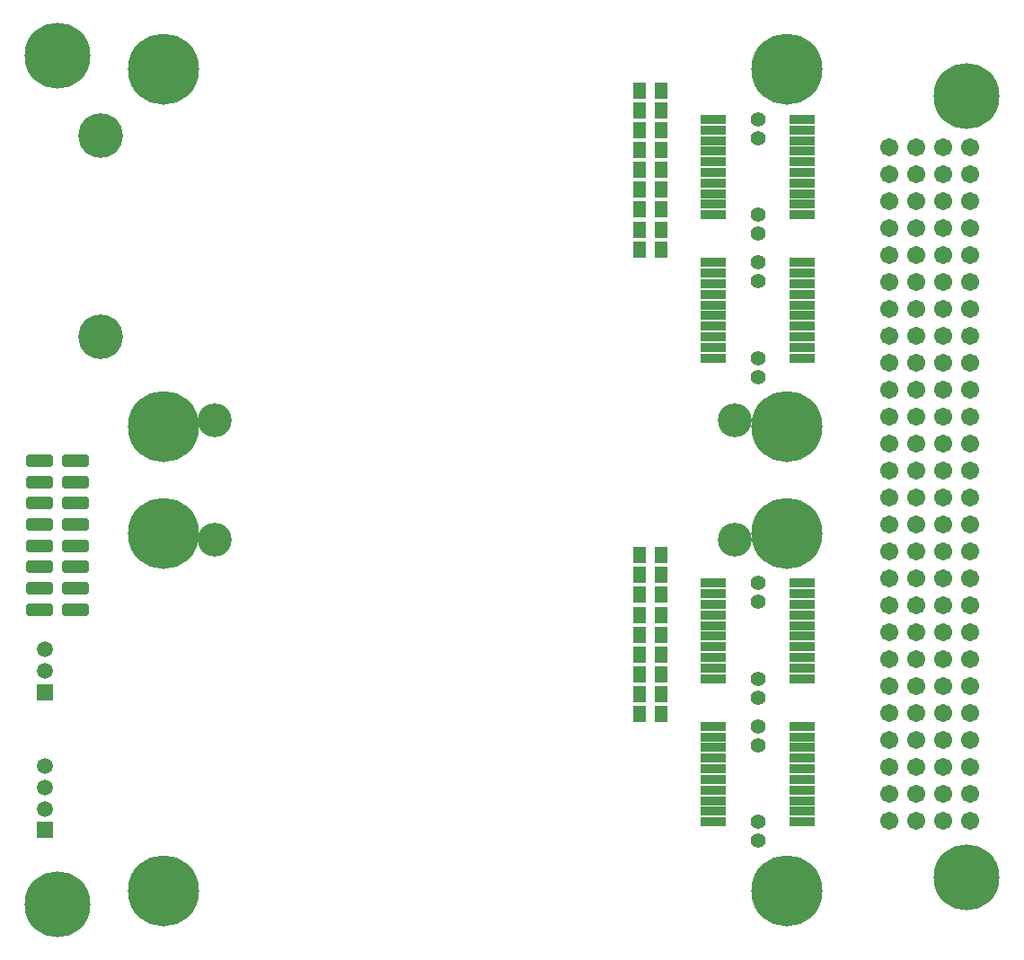
<source format=gbs>
G04 Layer_Color=16711935*
%FSLAX44Y44*%
%MOMM*%
G71*
G01*
G75*
%ADD42R,1.2032X1.5032*%
%ADD51R,2.4632X0.8132*%
%ADD58C,1.5032*%
%ADD59R,1.5032X1.5032*%
%ADD60C,6.7032*%
%ADD61C,1.3932*%
%ADD62C,6.2032*%
%ADD63C,1.7032*%
%ADD64C,3.2032*%
%ADD65C,4.2032*%
G04:AMPARAMS|DCode=67|XSize=2.5732mm|YSize=1.2032mm|CornerRadius=0.3516mm|HoleSize=0mm|Usage=FLASHONLY|Rotation=180.000|XOffset=0mm|YOffset=0mm|HoleType=Round|Shape=RoundedRectangle|*
%AMROUNDEDRECTD67*
21,1,2.5732,0.5000,0,0,180.0*
21,1,1.8700,1.2032,0,0,180.0*
1,1,0.7032,-0.9350,0.2500*
1,1,0.7032,0.9350,0.2500*
1,1,0.7032,0.9350,-0.2500*
1,1,0.7032,-0.9350,-0.2500*
%
%ADD67ROUNDEDRECTD67*%
D42*
X500250Y348312D02*
D03*
X480250D02*
D03*
X500250Y236187D02*
D03*
X480250D02*
D03*
X500250Y310937D02*
D03*
X480250D02*
D03*
X500250Y292250D02*
D03*
X480250D02*
D03*
X500250Y217500D02*
D03*
X480250D02*
D03*
X500250Y367000D02*
D03*
X480250D02*
D03*
X500250Y254875D02*
D03*
X480250D02*
D03*
X500250Y273562D02*
D03*
X480250D02*
D03*
X500250Y329625D02*
D03*
X480250D02*
D03*
X500250Y-164438D02*
D03*
X480250D02*
D03*
X500250Y-201812D02*
D03*
X480250D02*
D03*
X500250Y-127063D02*
D03*
X480250D02*
D03*
X500250Y-89688D02*
D03*
X480250D02*
D03*
X500250Y-183125D02*
D03*
X480250D02*
D03*
X500250Y-220500D02*
D03*
X480250D02*
D03*
X500250Y-145750D02*
D03*
X480250D02*
D03*
X500250Y-71000D02*
D03*
X480250D02*
D03*
X500250Y-108375D02*
D03*
X480250D02*
D03*
D51*
X633550Y-187300D02*
D03*
Y-177300D02*
D03*
Y-167300D02*
D03*
Y-157300D02*
D03*
Y-147300D02*
D03*
Y-137300D02*
D03*
Y-127300D02*
D03*
Y-117300D02*
D03*
Y-107300D02*
D03*
Y-97300D02*
D03*
X549750D02*
D03*
Y-107300D02*
D03*
Y-117300D02*
D03*
Y-127300D02*
D03*
Y-137300D02*
D03*
Y-147300D02*
D03*
Y-157300D02*
D03*
Y-167300D02*
D03*
Y-177300D02*
D03*
Y-187300D02*
D03*
Y250000D02*
D03*
Y260000D02*
D03*
Y270000D02*
D03*
Y280000D02*
D03*
Y290000D02*
D03*
Y300000D02*
D03*
Y310000D02*
D03*
Y320000D02*
D03*
Y330000D02*
D03*
Y340000D02*
D03*
X633550D02*
D03*
Y330000D02*
D03*
Y320000D02*
D03*
Y310000D02*
D03*
Y300000D02*
D03*
Y290000D02*
D03*
Y280000D02*
D03*
Y270000D02*
D03*
Y260000D02*
D03*
Y250000D02*
D03*
X549750Y115000D02*
D03*
Y125000D02*
D03*
Y135000D02*
D03*
Y145000D02*
D03*
Y155000D02*
D03*
Y165000D02*
D03*
Y175000D02*
D03*
Y185000D02*
D03*
Y195000D02*
D03*
Y205000D02*
D03*
X633550D02*
D03*
Y195000D02*
D03*
Y185000D02*
D03*
Y175000D02*
D03*
Y165000D02*
D03*
Y155000D02*
D03*
Y145000D02*
D03*
Y135000D02*
D03*
Y125000D02*
D03*
Y115000D02*
D03*
X549750Y-322300D02*
D03*
Y-312300D02*
D03*
Y-302300D02*
D03*
Y-292300D02*
D03*
Y-282300D02*
D03*
Y-272300D02*
D03*
Y-262300D02*
D03*
Y-252300D02*
D03*
Y-242300D02*
D03*
Y-232300D02*
D03*
X633550D02*
D03*
Y-242300D02*
D03*
Y-252300D02*
D03*
Y-262300D02*
D03*
Y-272300D02*
D03*
Y-282300D02*
D03*
Y-292300D02*
D03*
Y-302300D02*
D03*
Y-312300D02*
D03*
Y-322300D02*
D03*
D58*
X-80000Y-290000D02*
D03*
Y-310000D02*
D03*
Y-270000D02*
D03*
Y-160000D02*
D03*
Y-180000D02*
D03*
D59*
Y-330000D02*
D03*
Y-200000D02*
D03*
D60*
X618650Y-387300D02*
D03*
Y387300D02*
D03*
Y50000D02*
D03*
Y-50000D02*
D03*
X31350Y387300D02*
D03*
Y50000D02*
D03*
Y-50000D02*
D03*
Y-387300D02*
D03*
D61*
X591650Y-97300D02*
D03*
Y-187300D02*
D03*
Y250000D02*
D03*
Y340000D02*
D03*
Y-115000D02*
D03*
Y-205000D02*
D03*
Y322300D02*
D03*
Y232300D02*
D03*
Y187300D02*
D03*
Y97300D02*
D03*
Y-322300D02*
D03*
Y-232300D02*
D03*
Y115000D02*
D03*
Y205000D02*
D03*
Y-250000D02*
D03*
Y-340000D02*
D03*
D62*
X788650Y362000D02*
D03*
Y-374600D02*
D03*
X-68650Y400100D02*
D03*
Y-400000D02*
D03*
D63*
X715910Y313440D02*
D03*
X741310D02*
D03*
X715910Y288040D02*
D03*
X741310D02*
D03*
X715910Y262640D02*
D03*
X741310D02*
D03*
X715910Y237240D02*
D03*
X741310D02*
D03*
X715910Y211840D02*
D03*
X741310D02*
D03*
X715910Y186440D02*
D03*
X741310D02*
D03*
X715910Y161040D02*
D03*
X741310D02*
D03*
X715910Y135640D02*
D03*
X741310D02*
D03*
X715910Y110240D02*
D03*
X741310D02*
D03*
X715910Y84840D02*
D03*
X741310D02*
D03*
X715910Y59440D02*
D03*
X741310D02*
D03*
X715910Y34040D02*
D03*
X741310D02*
D03*
X715910Y8640D02*
D03*
X741310D02*
D03*
X715910Y-16760D02*
D03*
X741310D02*
D03*
X715910Y-42160D02*
D03*
X741310D02*
D03*
X715910Y-67560D02*
D03*
X741310D02*
D03*
X715910Y-92960D02*
D03*
X741310D02*
D03*
X715910Y-118360D02*
D03*
X741310D02*
D03*
X715910Y-143760D02*
D03*
X741310D02*
D03*
X715910Y-169160D02*
D03*
X741310D02*
D03*
X715910Y-194560D02*
D03*
X741310D02*
D03*
X715910Y-219960D02*
D03*
X741310D02*
D03*
X715910Y-245360D02*
D03*
X741310D02*
D03*
X715910Y-270760D02*
D03*
X741310D02*
D03*
X715910Y-296160D02*
D03*
X741310D02*
D03*
X715910Y-321560D02*
D03*
X741310D02*
D03*
X792110D02*
D03*
X766710D02*
D03*
X792110Y-296160D02*
D03*
X766710D02*
D03*
X792110Y-270760D02*
D03*
X766710D02*
D03*
X792110Y-245360D02*
D03*
X766710D02*
D03*
X792110Y-219960D02*
D03*
X766710D02*
D03*
X792110Y-194560D02*
D03*
X766710D02*
D03*
X792110Y-169160D02*
D03*
X766710D02*
D03*
X792110Y-143760D02*
D03*
X766710D02*
D03*
X792110Y-118360D02*
D03*
X766710D02*
D03*
X792110Y-92960D02*
D03*
X766710D02*
D03*
X792110Y-67560D02*
D03*
X766710D02*
D03*
X792110Y-42160D02*
D03*
X766710D02*
D03*
X792110Y-16760D02*
D03*
X766710D02*
D03*
X792110Y8640D02*
D03*
X766710D02*
D03*
X792110Y34040D02*
D03*
X766710D02*
D03*
X792110Y59440D02*
D03*
X766710D02*
D03*
X792110Y84840D02*
D03*
X766710D02*
D03*
X792110Y110240D02*
D03*
X766710D02*
D03*
X792110Y135640D02*
D03*
X766710D02*
D03*
X792110Y161040D02*
D03*
X766710D02*
D03*
X792110Y186440D02*
D03*
X766710D02*
D03*
X792110Y211840D02*
D03*
X766710D02*
D03*
X792110Y237240D02*
D03*
X766710D02*
D03*
X792110Y262640D02*
D03*
X766710D02*
D03*
X792110Y288040D02*
D03*
X766710D02*
D03*
X792110Y313440D02*
D03*
X766710D02*
D03*
D64*
X570000Y56650D02*
D03*
X80000D02*
D03*
X570000Y-56650D02*
D03*
X80000D02*
D03*
D65*
X-27500Y135000D02*
D03*
Y325000D02*
D03*
D67*
X-51800Y-122020D02*
D03*
X-85500D02*
D03*
X-51800Y-102020D02*
D03*
X-85500D02*
D03*
X-51800Y-82020D02*
D03*
X-85500D02*
D03*
X-51800Y-62020D02*
D03*
X-85500D02*
D03*
X-51800Y-42020D02*
D03*
X-85500D02*
D03*
X-51800Y-22020D02*
D03*
X-85500D02*
D03*
X-51800Y-2020D02*
D03*
X-85500D02*
D03*
Y17980D02*
D03*
X-51800D02*
D03*
M02*

</source>
